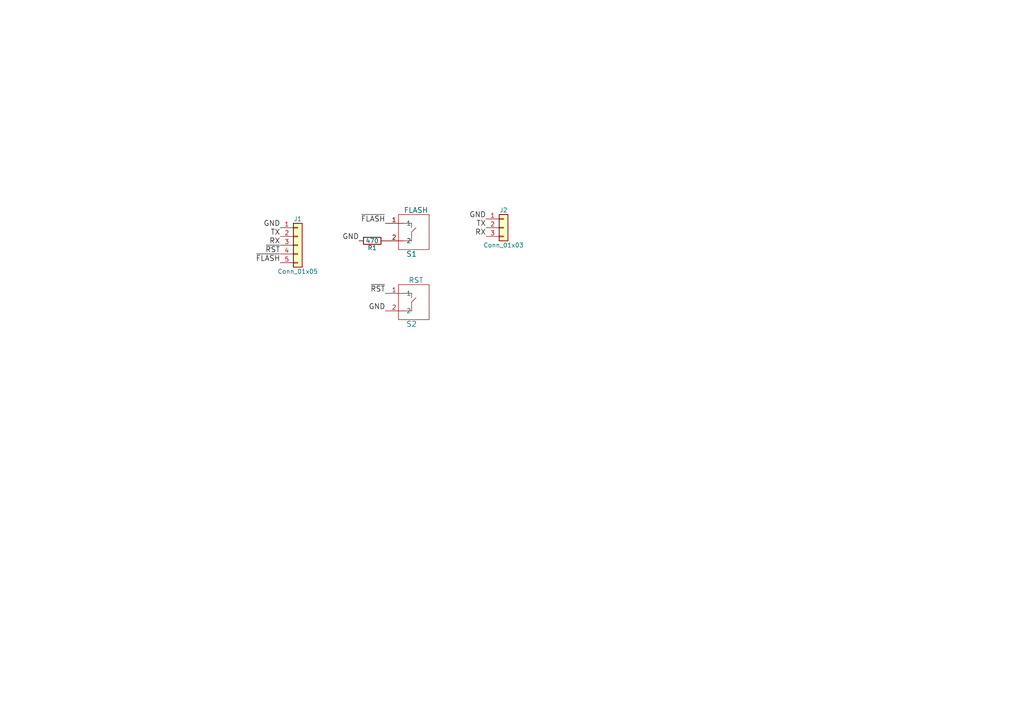
<source format=kicad_sch>
(kicad_sch (version 20211123) (generator eeschema)
  (paper "A4")
  (lib_symbols
    (symbol "esp8266-pgm-adapter-rescue:Conn_01x03" (pin_names (offset 1.016) hide)
      (property "Reference" "J" (at 0 5.08 0))
      (property "Value" "Conn_01x03" (at 0 -5.08 0))
      (symbol "Conn_01x03_1_1"
        (rectangle (start -1.27 -2.413) (end 0 -2.667) (stroke (width 0.1524)))
        (rectangle (start -1.27 0.127) (end 0 -0.127) (stroke (width 0.1524)))
        (rectangle (start -1.27 2.667) (end 0 2.413) (stroke (width 0.1524)))
        (rectangle (start -1.27 3.81) (end 1.27 -3.81) (stroke (width 0.254)) (fill (type background)))
        (pin passive line (at -5.08 2.54 0) (length 3.81) (name "Pin_1") (number "1"))
        (pin passive line (at -5.08 0 0) (length 3.81) (name "Pin_2") (number "2"))
        (pin passive line (at -5.08 -2.54 0) (length 3.81) (name "Pin_3") (number "3"))
      )
    )
    (symbol "esp8266-pgm-adapter-rescue:Conn_01x05" (pin_names (offset 1.016) hide)
      (property "Reference" "J" (at 0 7.62 0))
      (property "Value" "Conn_01x05" (at 0 -7.62 0))
      (symbol "Conn_01x05_1_1"
        (rectangle (start -1.27 -4.953) (end 0 -5.207) (stroke (width 0.1524)))
        (rectangle (start -1.27 -2.413) (end 0 -2.667) (stroke (width 0.1524)))
        (rectangle (start -1.27 0.127) (end 0 -0.127) (stroke (width 0.1524)))
        (rectangle (start -1.27 2.667) (end 0 2.413) (stroke (width 0.1524)))
        (rectangle (start -1.27 5.207) (end 0 4.953) (stroke (width 0.1524)))
        (rectangle (start -1.27 6.35) (end 1.27 -6.35) (stroke (width 0.254)) (fill (type background)))
        (pin passive line (at -5.08 5.08 0) (length 3.81) (name "Pin_1") (number "1"))
        (pin passive line (at -5.08 2.54 0) (length 3.81) (name "Pin_2") (number "2"))
        (pin passive line (at -5.08 0 0) (length 3.81) (name "Pin_3") (number "3"))
        (pin passive line (at -5.08 -2.54 0) (length 3.81) (name "Pin_4") (number "4"))
        (pin passive line (at -5.08 -5.08 0) (length 3.81) (name "Pin_5") (number "5"))
      )
    )
    (symbol "esp8266-pgm-adapter-rescue:R" (pin_numbers hide) (pin_names (offset 0))
      (property "Reference" "R" (at 2.032 0 90))
      (property "Value" "R" (at 0 0 90))
      (symbol "R_0_1"
        (rectangle (start -1.016 -2.54) (end 1.016 2.54) (stroke (width 0.254)))
      )
      (symbol "R_1_1"
        (pin passive line (at 0 3.81 270) (length 1.27) (name "~") (number "1"))
        (pin passive line (at 0 -3.81 90) (length 1.27) (name "~") (number "2"))
      )
    )
    (symbol "esp8266-pgm-adapter-rescue:TAC_SWITCH_6x6mm" (pin_names (offset 1.016))
      (property "Reference" "S" (at 0 -2.54 0))
      (property "Value" "TAC_SWITCH_6x6mm" (at 1.27 10.16 0))
      (symbol "TAC_SWITCH_6x6mm_0_1"
        (rectangle (start -3.81 8.89) (end 5.08 -1.27))
        (polyline (pts (xy -2.54 1.27) (xy 0 1.27)))
        (polyline (pts (xy 0 6.35) (xy -2.54 6.35)))
        (polyline (pts (xy 0 6.35) (xy 0 5.08)))
        (polyline (pts (xy 0 1.27) (xy 0 3.81) (xy 1.27 5.08)))
      )
      (symbol "TAC_SWITCH_6x6mm_1_1"
        (pin input line (at -7.62 6.35 0) (length 5.08) (name "1") (number "1"))
        (pin input line (at -7.62 1.27 0) (length 5.08) (name "2") (number "2"))
      )
    )
  )
  (label "~{FLASH}" (at 81.28 76.2 180) (effects (font (size 1.524 1.524))))
  (label "GND" (at 104.14 69.85 180) (effects (font (size 1.524 1.524))))
  (label "~{RST}" (at 111.76 85.09 180) (effects (font (size 1.524 1.524))))
  (label "GND" (at 140.97 63.5 180) (effects (font (size 1.524 1.524))))
  (label "GND" (at 81.28 66.04 180) (effects (font (size 1.524 1.524))))
  (label "~{FLASH}" (at 111.76 64.77 180) (effects (font (size 1.524 1.524))))
  (label "RX" (at 81.28 71.12 180) (effects (font (size 1.524 1.524))))
  (label "TX" (at 140.97 66.04 180) (effects (font (size 1.524 1.524))))
  (label "TX" (at 81.28 68.58 180) (effects (font (size 1.524 1.524))))
  (label "RX" (at 140.97 68.58 180) (effects (font (size 1.524 1.524))))
  (label "GND" (at 111.76 90.17 180) (effects (font (size 1.524 1.524))))
  (label "~{RST}" (at 81.28 73.66 180) (effects (font (size 1.524 1.524))))
  (symbol (lib_id "esp8266-pgm-adapter-rescue:Conn_01x05") (at 86.36 71.12 0) (unit 1)
    (property "Reference" "J1" (at 86.36 63.5 0))
    (property "Value" "Conn_01x05" (at 86.36 78.74 0))
    (property "Footprint" "Pin_Headers:Pin_Header_Straight_1x05_Pitch2.54mm" (effects hide))
  )
  (symbol (lib_id "esp8266-pgm-adapter-rescue:TAC_SWITCH_6x6mm") (at 119.38 71.12 0) (unit 1)
    (property "Reference" "S1" (at 119.38 73.66 0) (effects (font (size 1.524 1.524))))
    (property "Value" "FLASH" (at 120.65 60.96 0) (effects (font (size 1.524 1.524))))
    (property "Footprint" "Switches:TacButton_6mm_6mm" (effects hide))
  )
  (symbol (lib_id "esp8266-pgm-adapter-rescue:R") (at 107.95 69.85 270) (unit 1)
    (property "Reference" "R1" (at 107.95 71.882 90))
    (property "Value" "470" (at 107.95 69.85 90))
    (property "Footprint" "Resistors_SMD:R_0805_HandSoldering" (effects hide))
  )
  (symbol (lib_id "esp8266-pgm-adapter-rescue:TAC_SWITCH_6x6mm") (at 119.38 91.44 0) (unit 1)
    (property "Reference" "S2" (at 119.38 93.98 0) (effects (font (size 1.524 1.524))))
    (property "Value" "RST" (at 120.65 81.28 0) (effects (font (size 1.524 1.524))))
    (property "Footprint" "Switches:TacButton_6mm_6mm" (effects hide))
  )
  (symbol (lib_id "esp8266-pgm-adapter-rescue:Conn_01x03") (at 146.05 66.04 0) (unit 1)
    (property "Reference" "J2" (at 146.05 60.96 0))
    (property "Value" "Conn_01x03" (at 146.05 71.12 0))
    (property "Footprint" "Pin_Headers:Pin_Header_Straight_1x03_Pitch2.54mm" (effects hide))
  )
)
</source>
